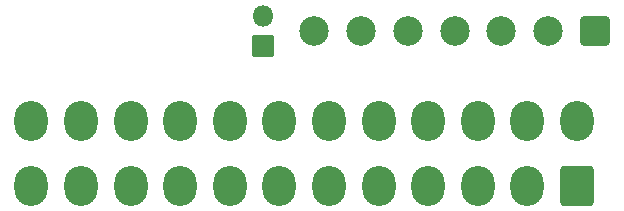
<source format=gbs>
G04 #@! TF.GenerationSoftware,KiCad,Pcbnew,(6.0.0-0)*
G04 #@! TF.CreationDate,2022-02-20T16:41:42-06:00*
G04 #@! TF.ProjectId,mactxlc,6d616374-786c-4632-9e6b-696361645f70,rev?*
G04 #@! TF.SameCoordinates,Original*
G04 #@! TF.FileFunction,Soldermask,Bot*
G04 #@! TF.FilePolarity,Negative*
%FSLAX46Y46*%
G04 Gerber Fmt 4.6, Leading zero omitted, Abs format (unit mm)*
G04 Created by KiCad (PCBNEW (6.0.0-0)) date 2022-02-20 16:41:42*
%MOMM*%
%LPD*%
G01*
G04 APERTURE LIST*
G04 Aperture macros list*
%AMRoundRect*
0 Rectangle with rounded corners*
0 $1 Rounding radius*
0 $2 $3 $4 $5 $6 $7 $8 $9 X,Y pos of 4 corners*
0 Add a 4 corners polygon primitive as box body*
4,1,4,$2,$3,$4,$5,$6,$7,$8,$9,$2,$3,0*
0 Add four circle primitives for the rounded corners*
1,1,$1+$1,$2,$3*
1,1,$1+$1,$4,$5*
1,1,$1+$1,$6,$7*
1,1,$1+$1,$8,$9*
0 Add four rect primitives between the rounded corners*
20,1,$1+$1,$2,$3,$4,$5,0*
20,1,$1+$1,$4,$5,$6,$7,0*
20,1,$1+$1,$6,$7,$8,$9,0*
20,1,$1+$1,$8,$9,$2,$3,0*%
G04 Aperture macros list end*
%ADD10RoundRect,0.301001X0.949999X0.949999X-0.949999X0.949999X-0.949999X-0.949999X0.949999X-0.949999X0*%
%ADD11C,2.502000*%
%ADD12RoundRect,0.302100X1.098900X1.398900X-1.098900X1.398900X-1.098900X-1.398900X1.098900X-1.398900X0*%
%ADD13O,2.802000X3.402000*%
%ADD14RoundRect,0.051000X0.850000X0.850000X-0.850000X0.850000X-0.850000X-0.850000X0.850000X-0.850000X0*%
%ADD15O,1.802000X1.802000*%
G04 APERTURE END LIST*
D10*
X257025000Y-51950000D03*
D11*
X253065000Y-51950000D03*
X249105000Y-51950000D03*
X245145000Y-51950000D03*
X241185000Y-51950000D03*
X237225000Y-51950000D03*
X233265000Y-51950000D03*
D12*
X255524000Y-65024000D03*
D13*
X251324000Y-65024000D03*
X247124000Y-65024000D03*
X242924000Y-65024000D03*
X238724000Y-65024000D03*
X234524000Y-65024000D03*
X230324000Y-65024000D03*
X226124000Y-65024000D03*
X221924000Y-65024000D03*
X217724000Y-65024000D03*
X213524000Y-65024000D03*
X209324000Y-65024000D03*
X255524000Y-59524000D03*
X251324000Y-59524000D03*
X247124000Y-59524000D03*
X242924000Y-59524000D03*
X238724000Y-59524000D03*
X234524000Y-59524000D03*
X230324000Y-59524000D03*
X226124000Y-59524000D03*
X221924000Y-59524000D03*
X217724000Y-59524000D03*
X213524000Y-59524000D03*
X209324000Y-59524000D03*
D14*
X228950000Y-53175000D03*
D15*
X228950000Y-50635000D03*
M02*

</source>
